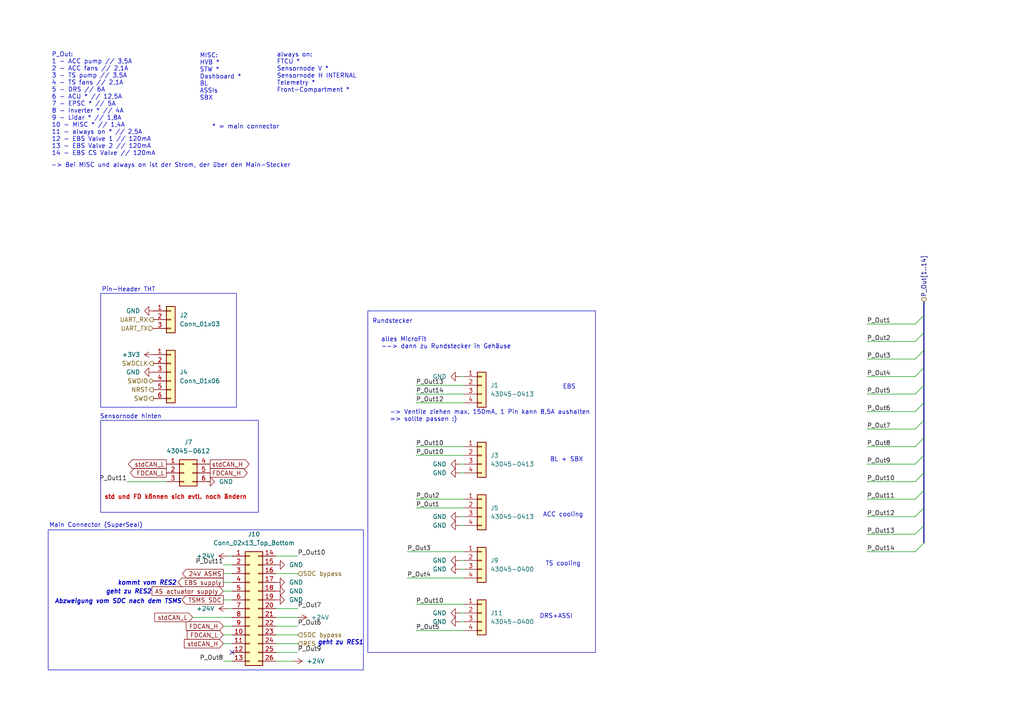
<source format=kicad_sch>
(kicad_sch (version 20231120) (generator "eeschema") (generator_version "8.0")
  (paper "A4")
  (title_block (title "PDU FT25") (date "2025-01-15") (rev "V1.2") (company "Janek Herm") (comment 1 "FaSTTUBe Electronics"))
  (lib_symbols
    (symbol "Connector_Generic:Conn_01x03" (pin_names (offset 1.016) hide)
      (property "Reference" "J" (at 0 5.08 0))
      (property "Value" "Conn_01x03" (at 0 -5.08 0))
      (symbol "Conn_01x03_1_1"
        (rectangle (start -1.27 -2.413) (end 0 -2.667) (stroke (width 0.1524)))
        (rectangle (start -1.27 0.127) (end 0 -0.127) (stroke (width 0.1524)))
        (rectangle (start -1.27 2.667) (end 0 2.413) (stroke (width 0.1524)))
        (rectangle (start -1.27 3.81) (end 1.27 -3.81) (stroke (width 0.254)) (fill (type background)))
        (pin passive line (at -5.08 2.54 0) (length 3.81) (name "Pin_1") (number "1"))
        (pin passive line (at -5.08 0 0) (length 3.81) (name "Pin_2") (number "2"))
        (pin passive line (at -5.08 -2.54 0) (length 3.81) (name "Pin_3") (number "3"))
      )
    )
    (symbol "Connector_Generic:Conn_01x04" (pin_names (offset 1.016) hide)
      (property "Reference" "J" (at 0 5.08 0))
      (property "Value" "Conn_01x04" (at 0 -7.62 0))
      (symbol "Conn_01x04_1_1"
        (rectangle (start -1.27 -4.953) (end 0 -5.207) (stroke (width 0.1524)))
        (rectangle (start -1.27 -2.413) (end 0 -2.667) (stroke (width 0.1524)))
        (rectangle (start -1.27 0.127) (end 0 -0.127) (stroke (width 0.1524)))
        (rectangle (start -1.27 2.667) (end 0 2.413) (stroke (width 0.1524)))
        (rectangle (start -1.27 3.81) (end 1.27 -6.35) (stroke (width 0.254)) (fill (type background)))
        (pin passive line (at -5.08 2.54 0) (length 3.81) (name "Pin_1") (number "1"))
        (pin passive line (at -5.08 0 0) (length 3.81) (name "Pin_2") (number "2"))
        (pin passive line (at -5.08 -2.54 0) (length 3.81) (name "Pin_3") (number "3"))
        (pin passive line (at -5.08 -5.08 0) (length 3.81) (name "Pin_4") (number "4"))
      )
    )
    (symbol "Connector_Generic:Conn_01x06" (pin_names (offset 1.016) hide)
      (property "Reference" "J" (at 0 7.62 0))
      (property "Value" "Conn_01x06" (at 0 -10.16 0))
      (symbol "Conn_01x06_1_1"
        (rectangle (start -1.27 -7.493) (end 0 -7.747) (stroke (width 0.1524)))
        (rectangle (start -1.27 -4.953) (end 0 -5.207) (stroke (width 0.1524)))
        (rectangle (start -1.27 -2.413) (end 0 -2.667) (stroke (width 0.1524)))
        (rectangle (start -1.27 0.127) (end 0 -0.127) (stroke (width 0.1524)))
        (rectangle (start -1.27 2.667) (end 0 2.413) (stroke (width 0.1524)))
        (rectangle (start -1.27 5.207) (end 0 4.953) (stroke (width 0.1524)))
        (rectangle (start -1.27 6.35) (end 1.27 -8.89) (stroke (width 0.254)) (fill (type background)))
        (pin passive line (at -5.08 5.08 0) (length 3.81) (name "Pin_1") (number "1"))
        (pin passive line (at -5.08 2.54 0) (length 3.81) (name "Pin_2") (number "2"))
        (pin passive line (at -5.08 0 0) (length 3.81) (name "Pin_3") (number "3"))
        (pin passive line (at -5.08 -2.54 0) (length 3.81) (name "Pin_4") (number "4"))
        (pin passive line (at -5.08 -5.08 0) (length 3.81) (name "Pin_5") (number "5"))
        (pin passive line (at -5.08 -7.62 0) (length 3.81) (name "Pin_6") (number "6"))
      )
    )
    (symbol "Connector_Generic:Conn_02x03_Top_Bottom" (pin_names (offset 1.016) hide)
      (property "Reference" "J" (at 1.27 5.08 0))
      (property "Value" "Conn_02x03_Top_Bottom" (at 1.27 -5.08 0))
      (symbol "Conn_02x03_Top_Bottom_1_1"
        (rectangle (start -1.27 -2.413) (end 0 -2.667) (stroke (width 0.1524)))
        (rectangle (start -1.27 0.127) (end 0 -0.127) (stroke (width 0.1524)))
        (rectangle (start -1.27 2.667) (end 0 2.413) (stroke (width 0.1524)))
        (rectangle (start -1.27 3.81) (end 3.81 -3.81) (stroke (width 0.254)) (fill (type background)))
        (rectangle (start 3.81 -2.413) (end 2.54 -2.667) (stroke (width 0.1524)))
        (rectangle (start 3.81 0.127) (end 2.54 -0.127) (stroke (width 0.1524)))
        (rectangle (start 3.81 2.667) (end 2.54 2.413) (stroke (width 0.1524)))
        (pin passive line (at -5.08 2.54 0) (length 3.81) (name "Pin_1") (number "1"))
        (pin passive line (at -5.08 0 0) (length 3.81) (name "Pin_2") (number "2"))
        (pin passive line (at -5.08 -2.54 0) (length 3.81) (name "Pin_3") (number "3"))
        (pin passive line (at 7.62 2.54 180) (length 3.81) (name "Pin_4") (number "4"))
        (pin passive line (at 7.62 0 180) (length 3.81) (name "Pin_5") (number "5"))
        (pin passive line (at 7.62 -2.54 180) (length 3.81) (name "Pin_6") (number "6"))
      )
    )
    (symbol "Connector_Generic:Conn_02x13_Top_Bottom" (pin_names (offset 1.016) hide)
      (property "Reference" "J" (at 1.27 17.78 0))
      (property "Value" "Conn_02x13_Top_Bottom" (at 1.27 -17.78 0))
      (symbol "Conn_02x13_Top_Bottom_1_1"
        (rectangle (start -1.27 -15.113) (end 0 -15.367) (stroke (width 0.1524)))
        (rectangle (start -1.27 -12.573) (end 0 -12.827) (stroke (width 0.1524)))
        (rectangle (start -1.27 -10.033) (end 0 -10.287) (stroke (width 0.1524)))
        (rectangle (start -1.27 -7.493) (end 0 -7.747) (stroke (width 0.1524)))
        (rectangle (start -1.27 -4.953) (end 0 -5.207) (stroke (width 0.1524)))
        (rectangle (start -1.27 -2.413) (end 0 -2.667) (stroke (width 0.1524)))
        (rectangle (start -1.27 0.127) (end 0 -0.127) (stroke (width 0.1524)))
        (rectangle (start -1.27 2.667) (end 0 2.413) (stroke (width 0.1524)))
        (rectangle (start -1.27 5.207) (end 0 4.953) (stroke (width 0.1524)))
        (rectangle (start -1.27 7.747) (end 0 7.493) (stroke (width 0.1524)))
        (rectangle (start -1.27 10.287) (end 0 10.033) (stroke (width 0.1524)))
        (rectangle (start -1.27 12.827) (end 0 12.573) (stroke (width 0.1524)))
        (rectangle (start -1.27 15.367) (end 0 15.113) (stroke (width 0.1524)))
        (rectangle (start -1.27 16.51) (end 3.81 -16.51) (stroke (width 0.254)) (fill (type background)))
        (rectangle (start 3.81 -15.113) (end 2.54 -15.367) (stroke (width 0.1524)))
        (rectangle (start 3.81 -12.573) (end 2.54 -12.827) (stroke (width 0.1524)))
        (rectangle (start 3.81 -10.033) (end 2.54 -10.287) (stroke (width 0.1524)))
        (rectangle (start 3.81 -7.493) (end 2.54 -7.747) (stroke (width 0.1524)))
        (rectangle (start 3.81 -4.953) (end 2.54 -5.207) (stroke (width 0.1524)))
        (rectangle (start 3.81 -2.413) (end 2.54 -2.667) (stroke (width 0.1524)))
        (rectangle (start 3.81 0.127) (end 2.54 -0.127) (stroke (width 0.1524)))
        (rectangle (start 3.81 2.667) (end 2.54 2.413) (stroke (width 0.1524)))
        (rectangle (start 3.81 5.207) (end 2.54 4.953) (stroke (width 0.1524)))
        (rectangle (start 3.81 7.747) (end 2.54 7.493) (stroke (width 0.1524)))
        (rectangle (start 3.81 10.287) (end 2.54 10.033) (stroke (width 0.1524)))
        (rectangle (start 3.81 12.827) (end 2.54 12.573) (stroke (width 0.1524)))
        (rectangle (start 3.81 15.367) (end 2.54 15.113) (stroke (width 0.1524)))
        (pin passive line (at -5.08 15.24 0) (length 3.81) (name "Pin_1") (number "1"))
        (pin passive line (at -5.08 -7.62 0) (length 3.81) (name "Pin_10") (number "10"))
        (pin passive line (at -5.08 -10.16 0) (length 3.81) (name "Pin_11") (number "11"))
        (pin passive line (at -5.08 -12.7 0) (length 3.81) (name "Pin_12") (number "12"))
        (pin passive line (at -5.08 -15.24 0) (length 3.81) (name "Pin_13") (number "13"))
        (pin passive line (at 7.62 15.24 180) (length 3.81) (name "Pin_14") (number "14"))
        (pin passive line (at 7.62 12.7 180) (length 3.81) (name "Pin_15") (number "15"))
        (pin passive line (at 7.62 10.16 180) (length 3.81) (name "Pin_16") (number "16"))
        (pin passive line (at 7.62 7.62 180) (length 3.81) (name "Pin_17") (number "17"))
        (pin passive line (at 7.62 5.08 180) (length 3.81) (name "Pin_18") (number "18"))
        (pin passive line (at 7.62 2.54 180) (length 3.81) (name "Pin_19") (number "19"))
        (pin passive line (at -5.08 12.7 0) (length 3.81) (name "Pin_2") (number "2"))
        (pin passive line (at 7.62 0 180) (length 3.81) (name "Pin_20") (number "20"))
        (pin passive line (at 7.62 -2.54 180) (length 3.81) (name "Pin_21") (number "21"))
        (pin passive line (at 7.62 -5.08 180) (length 3.81) (name "Pin_22") (number "22"))
        (pin passive line (at 7.62 -7.62 180) (length 3.81) (name "Pin_23") (number "23"))
        (pin passive line (at 7.62 -10.16 180) (length 3.81) (name "Pin_24") (number "24"))
        (pin passive line (at 7.62 -12.7 180) (length 3.81) (name "Pin_25") (number "25"))
        (pin passive line (at 7.62 -15.24 180) (length 3.81) (name "Pin_26") (number "26"))
        (pin passive line (at -5.08 10.16 0) (length 3.81) (name "Pin_3") (number "3"))
        (pin passive line (at -5.08 7.62 0) (length 3.81) (name "Pin_4") (number "4"))
        (pin passive line (at -5.08 5.08 0) (length 3.81) (name "Pin_5") (number "5"))
        (pin passive line (at -5.08 2.54 0) (length 3.81) (name "Pin_6") (number "6"))
        (pin passive line (at -5.08 0 0) (length 3.81) (name "Pin_7") (number "7"))
        (pin passive line (at -5.08 -2.54 0) (length 3.81) (name "Pin_8") (number "8"))
        (pin passive line (at -5.08 -5.08 0) (length 3.81) (name "Pin_9") (number "9"))
      )
    )
    (symbol "power:+24V" (power) (pin_numbers hide) (pin_names (offset 0) hide)
      (property "Value" "+24V" (at 0 3.556 0))
      (symbol "+24V_0_1"
        (polyline (pts (xy -0.762 1.27) (xy 0 2.54)))
        (polyline (pts (xy 0 0) (xy 0 2.54)))
        (polyline (pts (xy 0 2.54) (xy 0.762 1.27)))
      )
      (symbol "+24V_1_1"
        (pin power_in line (at 0 0 90) (length 0) (name "~") (number "1"))
      )
    )
    (symbol "power:+3.3V" (power) (pin_numbers hide) (pin_names (offset 0) hide)
      (property "Value" "+3.3V" (at 0 3.556 0))
      (symbol "+3.3V_0_1"
        (polyline (pts (xy -0.762 1.27) (xy 0 2.54)))
        (polyline (pts (xy 0 0) (xy 0 2.54)))
        (polyline (pts (xy 0 2.54) (xy 0.762 1.27)))
      )
      (symbol "+3.3V_1_1"
        (pin power_in line (at 0 0 90) (length 0) (name "~") (number "1"))
      )
    )
    (symbol "power:GND" (power) (pin_numbers hide) (pin_names (offset 0) hide)
      (property "Value" "GND" (at 0 -3.81 0))
      (symbol "GND_0_1"
        (polyline (pts (xy 0 0) (xy 0 -1.27) (xy 1.27 -1.27) (xy 0 -2.54) (xy -1.27 -1.27) (xy 0 -1.27)))
      )
      (symbol "GND_1_1"
        (pin power_in line (at 0 0 270) (length 0) (name "~") (number "1"))
      )
    )
  )
  (no_connect (at 67.31 189.23))
  (bus_entry (at 265.43 109.22) (size 2.54 -2.54))
  (bus_entry (at 265.43 99.06) (size 2.54 -2.54))
  (bus_entry (at 265.43 160.02) (size 2.54 -2.54))
  (bus_entry (at 265.43 129.54) (size 2.54 -2.54))
  (bus_entry (at 265.43 134.62) (size 2.54 -2.54))
  (bus_entry (at 265.43 119.38) (size 2.54 -2.54))
  (bus_entry (at 265.43 93.98) (size 2.54 -2.54))
  (bus_entry (at 265.43 114.3) (size 2.54 -2.54))
  (bus_entry (at 265.43 139.7) (size 2.54 -2.54))
  (bus_entry (at 265.43 149.86) (size 2.54 -2.54))
  (bus_entry (at 265.43 104.14) (size 2.54 -2.54))
  (bus_entry (at 265.43 144.78) (size 2.54 -2.54))
  (bus_entry (at 265.43 154.94) (size 2.54 -2.54))
  (bus_entry (at 265.43 124.46) (size 2.54 -2.54))
  (wire (pts (xy 251.46 149.86) (xy 265.43 149.86)))
  (wire (pts (xy 80.01 161.29) (xy 86.36 161.29)))
  (wire (pts (xy 120.65 144.78) (xy 134.62 144.78)))
  (bus (pts (xy 267.97 142.24) (xy 267.97 147.32)))
  (bus (pts (xy 267.97 121.92) (xy 267.97 127)))
  (wire (pts (xy 120.65 111.76) (xy 134.62 111.76)))
  (wire (pts (xy 251.46 154.94) (xy 265.43 154.94)))
  (wire (pts (xy 85.09 191.77) (xy 80.01 191.77)))
  (wire (pts (xy 64.77 173.99) (xy 67.31 173.99)))
  (wire (pts (xy 120.65 114.3) (xy 134.62 114.3)))
  (bus (pts (xy 267.97 127) (xy 267.97 132.08)))
  (wire (pts (xy 118.11 167.64) (xy 134.62 167.64)))
  (wire (pts (xy 251.46 134.62) (xy 265.43 134.62)))
  (wire (pts (xy 55.88 179.07) (xy 67.31 179.07)))
  (wire (pts (xy 67.31 171.45) (xy 64.77 171.45)))
  (wire (pts (xy 251.46 160.02) (xy 265.43 160.02)))
  (bus (pts (xy 267.97 147.32) (xy 267.97 152.4)))
  (wire (pts (xy 67.31 163.83) (xy 64.77 163.83)))
  (wire (pts (xy 251.46 129.54) (xy 265.43 129.54)))
  (bus (pts (xy 267.97 116.84) (xy 267.97 121.92)))
  (wire (pts (xy 251.46 139.7) (xy 265.43 139.7)))
  (wire (pts (xy 251.46 119.38) (xy 265.43 119.38)))
  (wire (pts (xy 251.46 114.3) (xy 265.43 114.3)))
  (wire (pts (xy 133.35 165.1) (xy 134.62 165.1)))
  (wire (pts (xy 86.36 179.07) (xy 80.01 179.07)))
  (bus (pts (xy 267.97 101.6) (xy 267.97 106.68)))
  (wire (pts (xy 251.46 99.06) (xy 265.43 99.06)))
  (wire (pts (xy 251.46 124.46) (xy 265.43 124.46)))
  (bus (pts (xy 267.97 137.16) (xy 267.97 142.24)))
  (bus (pts (xy 267.97 111.76) (xy 267.97 116.84)))
  (wire (pts (xy 133.35 134.62) (xy 134.62 134.62)))
  (wire (pts (xy 80.01 184.15) (xy 86.36 184.15)))
  (wire (pts (xy 133.35 162.56) (xy 134.62 162.56)))
  (wire (pts (xy 120.65 147.32) (xy 134.62 147.32)))
  (wire (pts (xy 251.46 109.22) (xy 265.43 109.22)))
  (wire (pts (xy 120.65 175.26) (xy 134.62 175.26)))
  (wire (pts (xy 66.04 176.53) (xy 67.31 176.53)))
  (wire (pts (xy 67.31 191.77) (xy 64.77 191.77)))
  (wire (pts (xy 64.77 168.91) (xy 67.31 168.91)))
  (bus (pts (xy 267.97 87.63) (xy 267.97 91.44)))
  (bus (pts (xy 267.97 152.4) (xy 267.97 157.48)))
  (bus (pts (xy 267.97 91.44) (xy 267.97 96.52)))
  (wire (pts (xy 251.46 104.14) (xy 265.43 104.14)))
  (wire (pts (xy 133.35 177.8) (xy 134.62 177.8)))
  (wire (pts (xy 134.62 132.08) (xy 120.65 132.08)))
  (wire (pts (xy 80.01 176.53) (xy 86.36 176.53)))
  (bus (pts (xy 267.97 96.52) (xy 267.97 101.6)))
  (wire (pts (xy 133.35 180.34) (xy 134.62 180.34)))
  (wire (pts (xy 36.83 139.7) (xy 48.26 139.7)))
  (wire (pts (xy 133.35 152.4) (xy 134.62 152.4)))
  (wire (pts (xy 64.77 166.37) (xy 67.31 166.37)))
  (wire (pts (xy 64.77 186.69) (xy 67.31 186.69)))
  (wire (pts (xy 80.01 181.61) (xy 86.36 181.61)))
  (bus (pts (xy 267.97 106.68) (xy 267.97 111.76)))
  (wire (pts (xy 251.46 144.78) (xy 265.43 144.78)))
  (wire (pts (xy 66.04 161.29) (xy 67.31 161.29)))
  (wire (pts (xy 80.01 189.23) (xy 86.36 189.23)))
  (wire (pts (xy 64.77 184.15) (xy 67.31 184.15)))
  (wire (pts (xy 80.01 166.37) (xy 86.36 166.37)))
  (wire (pts (xy 120.65 129.54) (xy 134.62 129.54)))
  (bus (pts (xy 267.97 132.08) (xy 267.97 137.16)))
  (wire (pts (xy 120.65 182.88) (xy 134.62 182.88)))
  (wire (pts (xy 133.35 109.22) (xy 134.62 109.22)))
  (wire (pts (xy 133.35 137.16) (xy 134.62 137.16)))
  (wire (pts (xy 251.46 93.98) (xy 265.43 93.98)))
  (wire (pts (xy 80.01 186.69) (xy 86.36 186.69)))
  (wire (pts (xy 120.65 116.84) (xy 134.62 116.84)))
  (wire (pts (xy 118.11 160.02) (xy 134.62 160.02)))
  (wire (pts (xy 133.35 149.86) (xy 134.62 149.86)))
  (wire (pts (xy 64.77 181.61) (xy 67.31 181.61)))
  (wire (pts (xy 59.69 139.7) (xy 60.96 139.7)))
  (rectangle (start 29.21 85.09) (end 68.58 118.11))
  (rectangle (start 106.68 90.17) (end 172.72 189.23))
  (rectangle (start 13.97 153.67) (end 105.41 194.31))
  (rectangle (start 29.21 121.92) (end 74.93 148.59))
  (text "* = main connector" (at 61.468 36.83 0) (effects (font (size 1.27 1.27)) (justify left)))
  (text "DRS+ASSI" (at 161.29 178.816 0) (effects (font (size 1.27 1.27))))
  (text "Pin-Header THT" (at 29.464 84.074 0) (effects (font (size 1.27 1.27)) (justify left)))
  (text "kommt vom RES2" (at 42.672 169.164 0) (effects (font (size 1.27 1.27) (thickness 0.254) (bold yes) (italic yes))))
  (text "Abzweigung vom SDC nach dem TSMS" (at 34.29 174.498 0) (effects (font (size 1.27 1.27) (thickness 0.254) (bold yes) (italic yes))))
  (text "alles MicroFit\n--> dann zu Rundstecker in Gehäuse" (at 110.49 99.568 0) (effects (font (size 1.27 1.27) (thickness 0.1588)) (justify left)))
  (text "Sensornode hinten" (at 28.956 120.904 0) (effects (font (size 1.27 1.27)) (justify left)))
  (text "Rundstecker" (at 107.95 93.218 0) (effects (font (size 1.27 1.27)) (justify left)))
  (text "Main Connector (SuperSeal)" (at 14.224 152.4 0) (effects (font (size 1.27 1.27)) (justify left)))
  (text "-> Ventile ziehen max. 150mA, 1 Pin kann 8,5A aushalten \n=> sollte passen :)" (at 113.03 120.65 0) (effects (font (size 1.27 1.27)) (justify left)))
  (text "EBS" (at 165.1 112.268 0) (effects (font (size 1.27 1.27))))
  (text "MISC:\nHVB *\nSTW *\nDashboard *\nBL\nASSIs\nSBX" (at 57.912 22.352 0) (effects (font (size 1.27 1.27)) (justify left)))
  (text "-> Bei MISC und always on ist der Strom, der über den Main-Stecker" (at 49.53 48.006 0) (effects (font (size 1.27 1.27))))
  (text "TS cooling" (at 163.322 163.576 0) (effects (font (size 1.27 1.27))))
  (text "std und FD können sich evtl. noch ändern" (at 30.226 144.272 0) (effects (font (size 1.27 1.27) (thickness 0.254) (bold yes)) (justify left)))
  (text "geht zu RES2" (at 37.338 171.704 0) (effects (font (size 1.27 1.27) (thickness 0.254) (bold yes) (italic yes))))
  (text "P_Out:\n1 - ACC pump // 3,5A\n2 - ACC fans // 2,1A\n3 - TS pump // 3,5A\n4 - TS fans // 2,1A\n5 - DRS // 6A\n6 - ACU * // 12,5A\n7 - EPSC * // 5A\n8 - Inverter * // 4A\n9 - Lidar * // 1,8A\n10 - MISC * // 1,4A\n11 - always on * // 2,5A\n12 - EBS Valve 1 // 120mA\n13 - EBS Valve 2 // 120mA\n14 - EBS CS Valve // 120mA" (at 14.986 30.226 0) (effects (font (size 1.27 1.27)) (justify left)))
  (text "BL + SBX" (at 164.338 133.35 0) (effects (font (size 1.27 1.27))))
  (text "geht zu RES1" (at 98.806 186.436 0) (effects (font (size 1.27 1.27) (thickness 0.254) (bold yes) (italic yes))))
  (text "ACC cooling" (at 163.322 149.352 0) (effects (font (size 1.27 1.27))))
  (text "always on:\nFTCU *\nSensornode V *\nSensornode H INTERNAL\nTelemetry * \nFront-Compartment *" (at 80.264 21.082 0) (effects (font (size 1.27 1.27)) (justify left)))
  (label "P_Out10" (at 251.46 139.7 0))
  (label "P_Out7" (at 86.36 176.53 0))
  (label "P_Out3" (at 251.46 104.14 0))
  (label "P_Out1" (at 251.46 93.98 0))
  (label "P_Out8" (at 251.46 129.54 0))
  (label "P_Out13" (at 251.46 154.94 0))
  (label "P_Out5" (at 120.65 182.88 0))
  (label "P_Out1" (at 120.65 147.32 0))
  (label "P_Out10" (at 86.36 161.29 0))
  (label "P_Out9" (at 251.46 134.62 0))
  (label "P_Out10" (at 120.65 129.54 0))
  (label "P_Out11" (at 251.46 144.78 0))
  (label "P_Out5" (at 251.46 114.3 0))
  (label "P_Out9" (at 86.36 189.23 0))
  (label "P_Out12" (at 251.46 149.86 0))
  (label "P_Out2" (at 251.46 99.06 0))
  (label "P_Out12" (at 120.65 116.84 0))
  (label "P_Out11" (at 36.83 139.7 180))
  (label "P_Out8" (at 64.77 191.77 180))
  (label "P_Out11" (at 64.77 163.83 180))
  (label "P_Out14" (at 120.65 114.3 0))
  (label "P_Out4" (at 118.11 167.64 0))
  (label "P_Out6" (at 86.36 181.61 0))
  (label "P_Out7" (at 251.46 124.46 0))
  (label "P_Out2" (at 120.65 144.78 0))
  (label "P_Out10" (at 120.65 132.08 0))
  (label "P_Out10" (at 120.65 175.26 0))
  (label "P_Out3" (at 118.11 160.02 0))
  (label "P_Out13" (at 120.65 111.76 0))
  (label "P_Out14" (at 251.46 160.02 0))
  (label "P_Out4" (at 251.46 109.22 0))
  (label "P_Out6" (at 251.46 119.38 0))
  (global_label "TSMS SDC" (shape output) (at 64.77 173.99 180) (property "Intersheetrefs" "${INTERSHEET_REFS}" (effects (hide yes))))
  (global_label "stdCAN_H" (shape output) (at 60.96 134.62 0) (property "Intersheetrefs" "${INTERSHEET_REFS}" (effects (hide yes))))
  (global_label "FDCAN_H" (shape output) (at 60.96 137.16 0) (property "Intersheetrefs" "${INTERSHEET_REFS}" (effects (hide yes))))
  (global_label "stdCAN_L" (shape input) (at 55.88 179.07 180) (property "Intersheetrefs" "${INTERSHEET_REFS}" (effects (hide yes))))
  (global_label "FDCAN_L" (shape output) (at 48.26 137.16 180) (property "Intersheetrefs" "${INTERSHEET_REFS}" (effects (hide yes))))
  (global_label "FDCAN_L" (shape input) (at 64.77 184.15 180) (property "Intersheetrefs" "${INTERSHEET_REFS}" (effects (hide yes))))
  (global_label "stdCAN_H" (shape input) (at 64.77 186.69 180) (property "Intersheetrefs" "${INTERSHEET_REFS}" (effects (hide yes))))
  (global_label "EBS supply" (shape output) (at 64.77 168.91 180) (property "Intersheetrefs" "${INTERSHEET_REFS}" (effects (hide yes))))
  (global_label "24V ASMS" (shape output) (at 64.77 166.37 180) (property "Intersheetrefs" "${INTERSHEET_REFS}" (effects (hide yes))))
  (global_label "stdCAN_L" (shape output) (at 48.26 134.62 180) (property "Intersheetrefs" "${INTERSHEET_REFS}" (effects (hide yes))))
  (global_label "FDCAN_H" (shape input) (at 64.77 181.61 180) (property "Intersheetrefs" "${INTERSHEET_REFS}" (effects (hide yes))))
  (global_label "AS actuator supply" (shape input) (at 64.77 171.45 180) (property "Intersheetrefs" "${INTERSHEET_REFS}" (effects (hide yes))))
  (hierarchical_label "P_Out[1..14]" (shape input) (at 267.97 87.63 90) (effects (font (thickness 0.1588))))
  (hierarchical_label "SWDIO" (shape bidirectional) (at 44.45 110.49 180) (effects (font (thickness 0.1588))))
  (hierarchical_label "SWO" (shape output) (at 44.45 115.57 180))
  (hierarchical_label "RES" (shape input) (at 86.36 186.69 0))
  (hierarchical_label "UART_TX" (shape input) (at 44.45 95.25 180))
  (hierarchical_label "SDC bypass" (shape input) (at 86.36 166.37 0))
  (hierarchical_label "NRST" (shape output) (at 44.45 113.03 180) (effects (font (thickness 0.1588))))
  (hierarchical_label "SWDCLK" (shape output) (at 44.45 105.41 180))
  (hierarchical_label "UART_RX" (shape output) (at 44.45 92.71 180))
  (hierarchical_label "SDC bypass" (shape input) (at 86.36 184.15 0))
  (symbol (lib_id "Connector_Generic:Conn_01x04") (at 139.7 111.76 0) (unit 1)
    (property "Reference" "J1" (at 142.24 111.7599 0) (effects (justify left)))
    (property "Value" "43045-0413" (at 142.24 114.2999 0) (effects (justify left)))
    (property "Footprint" "Connector_Molex:Molex_Micro-Fit_3.0_43045-0412_2x02_P3.00mm_Vertical" (effects (hide yes)))
    (property "Description" "Generic connector, single row, 01x04, script generated (kicad-library-utils/schlib/autogen/connector/)" (effects (hide yes)))
  )
  (symbol (lib_id "power:GND") (at 133.35 177.8 270) (mirror x) (unit 1)
    (property "Reference" "#PWR0215" (effects (hide yes)))
    (property "Value" "GND" (at 129.54 177.7999 90) (effects (justify right)))
    (property "Description" "Power symbol creates a global label with name \"GND\" , ground" (effects (hide yes)))
  )
  (symbol (lib_id "power:+3.3V") (at 44.45 102.87 90) (unit 1)
    (property "Reference" "#PWR035" (effects (hide yes)))
    (property "Value" "+3V3" (at 40.64 102.8699 90) (effects (justify left)))
    (property "Description" "Power symbol creates a global label with name \"+3.3V\"" (effects (hide yes)))
  )
  (symbol (lib_id "power:GND") (at 133.35 180.34 270) (unit 1)
    (property "Reference" "#PWR0214" (effects (hide yes)))
    (property "Value" "GND" (at 129.54 180.3401 90) (effects (justify right)))
    (property "Description" "Power symbol creates a global label with name \"GND\" , ground" (effects (hide yes)))
  )
  (symbol (lib_id "power:GND") (at 133.35 134.62 270) (mirror x) (unit 1)
    (property "Reference" "#PWR0221" (effects (hide yes)))
    (property "Value" "GND" (at 129.54 134.6199 90) (effects (justify right)))
    (property "Description" "Power symbol creates a global label with name \"GND\" , ground" (effects (hide yes)))
  )
  (symbol (lib_id "power:+24V") (at 66.04 176.53 90) (mirror x) (unit 1)
    (property "Reference" "#PWR0196" (effects (hide yes)))
    (property "Value" "+24V" (at 62.23 176.5301 90) (effects (justify left)))
    (property "Description" "Power symbol creates a global label with name \"+24V\"" (effects (hide yes)))
  )
  (symbol (lib_id "power:GND") (at 80.01 173.99 90) (unit 1)
    (property "Reference" "#PWR045" (effects (hide yes)))
    (property "Value" "GND" (at 83.82 173.9899 90) (effects (justify right)))
    (property "Description" "Power symbol creates a global label with name \"GND\" , ground" (effects (hide yes)))
  )
  (symbol (lib_id "power:GND") (at 44.45 90.17 270) (unit 1)
    (property "Reference" "#PWR034" (effects (hide yes)))
    (property "Value" "GND" (at 40.64 90.1699 90) (effects (justify right)))
    (property "Description" "Power symbol creates a global label with name \"GND\" , ground" (effects (hide yes)))
  )
  (symbol (lib_id "Connector_Generic:Conn_01x04") (at 139.7 132.08 0) (unit 1)
    (property "Reference" "J3" (at 142.24 132.0799 0) (effects (justify left)))
    (property "Value" "43045-0413" (at 142.24 134.6199 0) (effects (justify left)))
    (property "Footprint" "Connector_Molex:Molex_Micro-Fit_3.0_43045-0412_2x02_P3.00mm_Vertical" (effects (hide yes)))
    (property "Description" "Generic connector, single row, 01x04, script generated (kicad-library-utils/schlib/autogen/connector/)" (effects (hide yes)))
  )
  (symbol (lib_id "power:GND") (at 80.01 171.45 90) (unit 1)
    (property "Reference" "#PWR0213" (effects (hide yes)))
    (property "Value" "GND" (at 83.82 171.4499 90) (effects (justify right)))
    (property "Description" "Power symbol creates a global label with name \"GND\" , ground" (effects (hide yes)))
  )
  (symbol (lib_id "power:GND") (at 133.35 149.86 270) (unit 1)
    (property "Reference" "#PWR0219" (effects (hide yes)))
    (property "Value" "GND" (at 129.54 149.8601 90) (effects (justify right)))
    (property "Description" "Power symbol creates a global label with name \"GND\" , ground" (effects (hide yes)))
  )
  (symbol (lib_id "power:GND") (at 80.01 163.83 90) (mirror x) (unit 1)
    (property "Reference" "#PWR0195" (effects (hide yes)))
    (property "Value" "GND" (at 83.82 163.8301 90) (effects (justify right)))
    (property "Description" "Power symbol creates a global label with name \"GND\" , ground" (effects (hide yes)))
  )
  (symbol (lib_id "Connector_Generic:Conn_01x06") (at 49.53 107.95 0) (unit 1)
    (property "Reference" "J4" (at 52.07 107.9499 0) (effects (justify left)))
    (property "Value" "Conn_01x06" (at 52.07 110.4899 0) (effects (justify left)))
    (property "Footprint" "Connector_PinHeader_2.54mm:PinHeader_1x06_P2.54mm_Vertical" (effects (hide yes)))
    (property "Description" "Generic connector, single row, 01x06, script generated (kicad-library-utils/schlib/autogen/connector/)" (effects (hide yes)))
  )
  (symbol (lib_id "power:+24V") (at 85.09 191.77 270) (unit 1)
    (property "Reference" "#PWR044" (effects (hide yes)))
    (property "Value" "+24V" (at 88.9 191.7701 90) (effects (justify left)))
    (property "Description" "Power symbol creates a global label with name \"+24V\"" (effects (hide yes)))
  )
  (symbol (lib_id "Connector_Generic:Conn_01x04") (at 139.7 177.8 0) (unit 1)
    (property "Reference" "J11" (at 142.24 177.7999 0) (effects (justify left)))
    (property "Value" "43045-0400" (at 142.24 180.3399 0) (effects (justify left)))
    (property "Footprint" "43045-0400:43045-04_00,01,02,10_" (effects (hide yes)))
    (property "Description" "Generic connector, single row, 01x04, script generated (kicad-library-utils/schlib/autogen/connector/)" (effects (hide yes)))
  )
  (symbol (lib_id "power:+24V") (at 66.04 161.29 90) (unit 1)
    (property "Reference" "#PWR0156" (effects (hide yes)))
    (property "Value" "+24V" (at 62.23 161.2899 90) (effects (justify left)))
    (property "Description" "Power symbol creates a global label with name \"+24V\"" (effects (hide yes)))
  )
  (symbol (lib_id "Connector_Generic:Conn_02x13_Top_Bottom") (at 72.39 176.53 0) (unit 1)
    (property "Reference" "J10" (at 73.66 154.94 0))
    (property "Value" "Conn_02x13_Top_Bottom" (at 73.66 157.48 0))
    (property "Footprint" "6437288-4:64372884" (effects (hide yes)))
    (property "Description" "Generic connector, double row, 02x13, top/bottom pin numbering scheme (row 1: 1...pins_per_row, row2: pins_per_row+1 ... num_pins), script generated (kicad-library-utils/schlib/autogen/connector/)" (effects (hide yes)))
  )
  (symbol (lib_id "power:GND") (at 133.35 162.56 270) (mirror x) (unit 1)
    (property "Reference" "#PWR0217" (effects (hide yes)))
    (property "Value" "GND" (at 129.54 162.5599 90) (effects (justify right)))
    (property "Description" "Power symbol creates a global label with name \"GND\" , ground" (effects (hide yes)))
  )
  (symbol (lib_id "power:GND") (at 80.01 168.91 90) (unit 1)
    (property "Reference" "#PWR0205" (effects (hide yes)))
    (property "Value" "GND" (at 83.82 168.9099 90) (effects (justify right)))
    (property "Description" "Power symbol creates a global label with name \"GND\" , ground" (effects (hide yes)))
  )
  (symbol (lib_id "Connector_Generic:Conn_01x04") (at 139.7 162.56 0) (unit 1)
    (property "Reference" "J9" (at 142.24 162.5599 0) (effects (justify left)))
    (property "Value" "43045-0400" (at 142.24 165.0999 0) (effects (justify left)))
    (property "Footprint" "43045-0400:43045-04_00,01,02,10_" (effects (hide yes)))
    (property "Description" "Generic connector, single row, 01x04, script generated (kicad-library-utils/schlib/autogen/connector/)" (effects (hide yes)))
  )
  (symbol (lib_id "Connector_Generic:Conn_01x04") (at 139.7 147.32 0) (unit 1)
    (property "Reference" "J5" (at 142.24 147.3199 0) (effects (justify left)))
    (property "Value" "43045-0413" (at 142.24 149.8599 0) (effects (justify left)))
    (property "Footprint" "Connector_Molex:Molex_Micro-Fit_3.0_43045-0412_2x02_P3.00mm_Vertical" (effects (hide yes)))
    (property "Description" "Generic connector, single row, 01x04, script generated (kicad-library-utils/schlib/autogen/connector/)" (effects (hide yes)))
  )
  (symbol (lib_id "power:+24V") (at 86.36 179.07 270) (unit 1)
    (property "Reference" "#PWR0206" (effects (hide yes)))
    (property "Value" "+24V" (at 90.17 179.0701 90) (effects (justify left)))
    (property "Description" "Power symbol creates a global label with name \"+24V\"" (effects (hide yes)))
  )
  (symbol (lib_id "Connector_Generic:Conn_02x03_Top_Bottom") (at 53.34 137.16 0) (unit 1)
    (property "Reference" "J7" (at 54.61 128.27 0))
    (property "Value" "43045-0612" (at 54.61 130.81 0))
    (property "Footprint" "Connector_Molex:Molex_Micro-Fit_3.0_43045-0612_2x03_P3.00mm_Vertical" (effects (hide yes)))
    (property "Description" "Generic connector, double row, 02x03, top/bottom pin numbering scheme (row 1: 1...pins_per_row, row2: pins_per_row+1 ... num_pins), script generated (kicad-library-utils/schlib/autogen/connector/)" (effects (hide yes)))
  )
  (symbol (lib_id "power:GND") (at 133.35 137.16 270) (mirror x) (unit 1)
    (property "Reference" "#PWR0220" (effects (hide yes)))
    (property "Value" "GND" (at 129.54 137.1599 90) (effects (justify right)))
    (property "Description" "Power symbol creates a global label with name \"GND\" , ground" (effects (hide yes)))
  )
  (symbol (lib_id "power:GND") (at 59.69 139.7 90) (unit 1)
    (property "Reference" "#PWR040" (effects (hide yes)))
    (property "Value" "GND" (at 63.5 139.6999 90) (effects (justify right)))
    (property "Description" "Power symbol creates a global label with name \"GND\" , ground" (effects (hide yes)))
  )
  (symbol (lib_id "power:GND") (at 133.35 165.1 270) (mirror x) (unit 1)
    (property "Reference" "#PWR0216" (effects (hide yes)))
    (property "Value" "GND" (at 129.54 165.0999 90) (effects (justify right)))
    (property "Description" "Power symbol creates a global label with name \"GND\" , ground" (effects (hide yes)))
  )
  (symbol (lib_id "Connector_Generic:Conn_01x03") (at 49.53 92.71 0) (unit 1)
    (property "Reference" "J2" (at 52.07 91.4399 0) (effects (justify left)))
    (property "Value" "Conn_01x03" (at 52.07 93.9799 0) (effects (justify left)))
    (property "Footprint" "Connector_PinHeader_2.54mm:PinHeader_1x03_P2.54mm_Vertical" (effects (hide yes)))
    (property "Description" "Generic connector, single row, 01x03, script generated (kicad-library-utils/schlib/autogen/connector/)" (effects (hide yes)))
  )
  (symbol (lib_id "power:GND") (at 44.45 107.95 270) (unit 1)
    (property "Reference" "#PWR037" (effects (hide yes)))
    (property "Value" "GND" (at 40.64 107.9499 90) (effects (justify right)))
    (property "Description" "Power symbol creates a global label with name \"GND\" , ground" (effects (hide yes)))
  )
  (symbol (lib_id "power:GND") (at 133.35 109.22 270) (mirror x) (unit 1)
    (property "Reference" "#PWR0222" (effects (hide yes)))
    (property "Value" "GND" (at 129.54 109.2199 90) (effects (justify right)))
    (property "Description" "Power symbol creates a global label with name \"GND\" , ground" (effects (hide yes)))
  )
  (symbol (lib_id "power:GND") (at 133.35 152.4 270) (mirror x) (unit 1)
    (property "Reference" "#PWR0218" (effects (hide yes)))
    (property "Value" "GND" (at 129.54 152.3999 90) (effects (justify right)))
    (property "Description" "Power symbol creates a global label with name \"GND\" , ground" (effects (hide yes)))
  )
)
</source>
